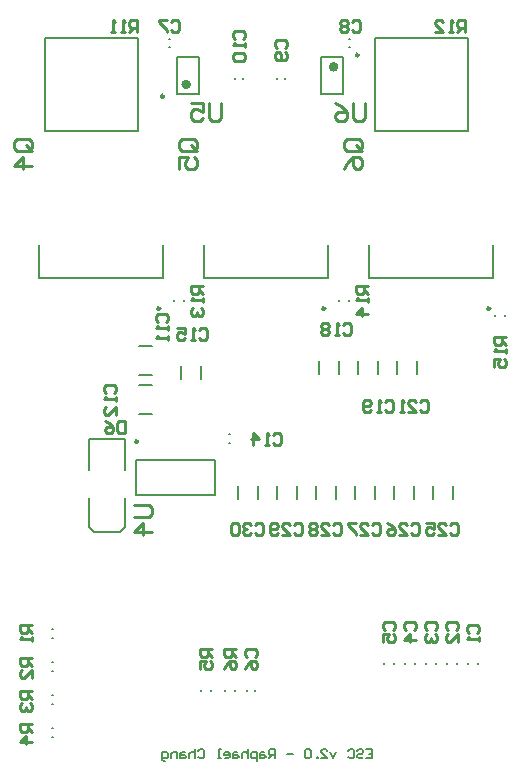
<source format=gbo>
G04 Layer_Color=32896*
%FSAX24Y24*%
%MOIN*%
G70*
G01*
G75*
%ADD26C,0.0100*%
%ADD45C,0.0098*%
%ADD47C,0.0080*%
%ADD48C,0.0079*%
%ADD80C,0.0157*%
D26*
X066967Y020233D02*
X066900Y020300D01*
Y020433D01*
X066967Y020500D01*
X067233D01*
X067300Y020433D01*
Y020300D01*
X067233Y020233D01*
X067300Y020100D02*
Y019967D01*
Y020033D01*
X066900D01*
X066967Y020100D01*
X066267Y020333D02*
X066200Y020400D01*
Y020533D01*
X066267Y020600D01*
X066533D01*
X066600Y020533D01*
Y020400D01*
X066533Y020333D01*
X066600Y019934D02*
Y020200D01*
X066333Y019934D01*
X066267D01*
X066200Y020000D01*
Y020133D01*
X066267Y020200D01*
X065567Y020333D02*
X065500Y020400D01*
Y020533D01*
X065567Y020600D01*
X065833D01*
X065900Y020533D01*
Y020400D01*
X065833Y020333D01*
X065567Y020200D02*
X065500Y020133D01*
Y020000D01*
X065567Y019934D01*
X065633D01*
X065700Y020000D01*
Y020067D01*
Y020000D01*
X065767Y019934D01*
X065833D01*
X065900Y020000D01*
Y020133D01*
X065833Y020200D01*
X064867Y020333D02*
X064800Y020400D01*
Y020533D01*
X064867Y020600D01*
X065133D01*
X065200Y020533D01*
Y020400D01*
X065133Y020333D01*
X065200Y020000D02*
X064800D01*
X065000Y020200D01*
Y019934D01*
X064167Y020333D02*
X064100Y020400D01*
Y020533D01*
X064167Y020600D01*
X064433D01*
X064500Y020533D01*
Y020400D01*
X064433Y020333D01*
X064100Y019934D02*
Y020200D01*
X064300D01*
X064233Y020067D01*
Y020000D01*
X064300Y019934D01*
X064433D01*
X064500Y020000D01*
Y020133D01*
X064433Y020200D01*
X059567Y019433D02*
X059500Y019500D01*
Y019633D01*
X059567Y019700D01*
X059833D01*
X059900Y019633D01*
Y019500D01*
X059833Y019433D01*
X059500Y019034D02*
X059567Y019167D01*
X059700Y019300D01*
X059833D01*
X059900Y019233D01*
Y019100D01*
X059833Y019034D01*
X059767D01*
X059700Y019100D01*
Y019300D01*
X057033Y040583D02*
X057100Y040650D01*
X057233D01*
X057300Y040583D01*
Y040317D01*
X057233Y040250D01*
X057100D01*
X057033Y040317D01*
X056900Y040650D02*
X056634D01*
Y040583D01*
X056900Y040317D01*
Y040250D01*
X063083Y040583D02*
X063150Y040650D01*
X063283D01*
X063350Y040583D01*
Y040317D01*
X063283Y040250D01*
X063150D01*
X063083Y040317D01*
X062950Y040583D02*
X062883Y040650D01*
X062750D01*
X062684Y040583D01*
Y040517D01*
X062750Y040450D01*
X062684Y040383D01*
Y040317D01*
X062750Y040250D01*
X062883D01*
X062950Y040317D01*
Y040383D01*
X062883Y040450D01*
X062950Y040517D01*
Y040583D01*
X062883Y040450D02*
X062750D01*
X060567Y039733D02*
X060500Y039800D01*
Y039933D01*
X060567Y040000D01*
X060833D01*
X060900Y039933D01*
Y039800D01*
X060833Y039733D01*
Y039600D02*
X060900Y039533D01*
Y039400D01*
X060833Y039334D01*
X060567D01*
X060500Y039400D01*
Y039533D01*
X060567Y039600D01*
X060633D01*
X060700Y039533D01*
Y039334D01*
X059167Y040033D02*
X059100Y040100D01*
Y040233D01*
X059167Y040300D01*
X059433D01*
X059500Y040233D01*
Y040100D01*
X059433Y040033D01*
X059500Y039900D02*
Y039767D01*
Y039833D01*
X059100D01*
X059167Y039900D01*
Y039567D02*
X059100Y039500D01*
Y039367D01*
X059167Y039300D01*
X059433D01*
X059500Y039367D01*
Y039500D01*
X059433Y039567D01*
X059167D01*
X056617Y030583D02*
X056550Y030650D01*
Y030783D01*
X056617Y030850D01*
X056883D01*
X056950Y030783D01*
Y030650D01*
X056883Y030583D01*
X056950Y030450D02*
Y030317D01*
Y030383D01*
X056550D01*
X056617Y030450D01*
X056950Y030117D02*
Y029984D01*
Y030050D01*
X056550D01*
X056617Y030117D01*
X054867Y028233D02*
X054800Y028300D01*
Y028433D01*
X054867Y028500D01*
X055133D01*
X055200Y028433D01*
Y028300D01*
X055133Y028233D01*
X055200Y028100D02*
Y027967D01*
Y028033D01*
X054800D01*
X054867Y028100D01*
X055200Y027500D02*
Y027767D01*
X054933Y027500D01*
X054867D01*
X054800Y027567D01*
Y027700D01*
X054867Y027767D01*
X060433Y026833D02*
X060500Y026900D01*
X060633D01*
X060700Y026833D01*
Y026567D01*
X060633Y026500D01*
X060500D01*
X060433Y026567D01*
X060300Y026500D02*
X060167D01*
X060233D01*
Y026900D01*
X060300Y026833D01*
X059767Y026500D02*
Y026900D01*
X059967Y026700D01*
X059700D01*
X057983Y030333D02*
X058050Y030400D01*
X058183D01*
X058250Y030333D01*
Y030067D01*
X058183Y030000D01*
X058050D01*
X057983Y030067D01*
X057850Y030000D02*
X057717D01*
X057783D01*
Y030400D01*
X057850Y030333D01*
X057250Y030400D02*
X057517D01*
Y030200D01*
X057384Y030267D01*
X057317D01*
X057250Y030200D01*
Y030067D01*
X057317Y030000D01*
X057450D01*
X057517Y030067D01*
X062783Y030483D02*
X062850Y030550D01*
X062983D01*
X063050Y030483D01*
Y030217D01*
X062983Y030150D01*
X062850D01*
X062783Y030217D01*
X062650Y030150D02*
X062517D01*
X062583D01*
Y030550D01*
X062650Y030483D01*
X062317D02*
X062250Y030550D01*
X062117D01*
X062050Y030483D01*
Y030417D01*
X062117Y030350D01*
X062050Y030283D01*
Y030217D01*
X062117Y030150D01*
X062250D01*
X062317Y030217D01*
Y030283D01*
X062250Y030350D01*
X062317Y030417D01*
Y030483D01*
X062250Y030350D02*
X062117D01*
X064183Y027933D02*
X064250Y028000D01*
X064383D01*
X064450Y027933D01*
Y027667D01*
X064383Y027600D01*
X064250D01*
X064183Y027667D01*
X064050Y027600D02*
X063917D01*
X063983D01*
Y028000D01*
X064050Y027933D01*
X063717Y027667D02*
X063650Y027600D01*
X063517D01*
X063450Y027667D01*
Y027933D01*
X063517Y028000D01*
X063650D01*
X063717Y027933D01*
Y027867D01*
X063650Y027800D01*
X063450D01*
X065333Y027933D02*
X065400Y028000D01*
X065533D01*
X065600Y027933D01*
Y027667D01*
X065533Y027600D01*
X065400D01*
X065333Y027667D01*
X064934Y027600D02*
X065200D01*
X064934Y027867D01*
Y027933D01*
X065000Y028000D01*
X065133D01*
X065200Y027933D01*
X064800Y027600D02*
X064667D01*
X064734D01*
Y028000D01*
X064800Y027933D01*
X066333Y023833D02*
X066400Y023900D01*
X066533D01*
X066600Y023833D01*
Y023567D01*
X066533Y023500D01*
X066400D01*
X066333Y023567D01*
X065934Y023500D02*
X066200D01*
X065934Y023767D01*
Y023833D01*
X066000Y023900D01*
X066133D01*
X066200Y023833D01*
X065534Y023900D02*
X065800D01*
Y023700D01*
X065667Y023767D01*
X065600D01*
X065534Y023700D01*
Y023567D01*
X065600Y023500D01*
X065734D01*
X065800Y023567D01*
X065033Y023833D02*
X065100Y023900D01*
X065233D01*
X065300Y023833D01*
Y023567D01*
X065233Y023500D01*
X065100D01*
X065033Y023567D01*
X064634Y023500D02*
X064900D01*
X064634Y023767D01*
Y023833D01*
X064700Y023900D01*
X064833D01*
X064900Y023833D01*
X064234Y023900D02*
X064367Y023833D01*
X064500Y023700D01*
Y023567D01*
X064434Y023500D01*
X064300D01*
X064234Y023567D01*
Y023633D01*
X064300Y023700D01*
X064500D01*
X063733Y023833D02*
X063800Y023900D01*
X063933D01*
X064000Y023833D01*
Y023567D01*
X063933Y023500D01*
X063800D01*
X063733Y023567D01*
X063334Y023500D02*
X063600D01*
X063334Y023767D01*
Y023833D01*
X063400Y023900D01*
X063533D01*
X063600Y023833D01*
X063200Y023900D02*
X062934D01*
Y023833D01*
X063200Y023567D01*
Y023500D01*
X062433Y023833D02*
X062500Y023900D01*
X062633D01*
X062700Y023833D01*
Y023567D01*
X062633Y023500D01*
X062500D01*
X062433Y023567D01*
X062034Y023500D02*
X062300D01*
X062034Y023767D01*
Y023833D01*
X062100Y023900D01*
X062233D01*
X062300Y023833D01*
X061900D02*
X061834Y023900D01*
X061700D01*
X061634Y023833D01*
Y023767D01*
X061700Y023700D01*
X061634Y023633D01*
Y023567D01*
X061700Y023500D01*
X061834D01*
X061900Y023567D01*
Y023633D01*
X061834Y023700D01*
X061900Y023767D01*
Y023833D01*
X061834Y023700D02*
X061700D01*
X061133Y023833D02*
X061200Y023900D01*
X061333D01*
X061400Y023833D01*
Y023567D01*
X061333Y023500D01*
X061200D01*
X061133Y023567D01*
X060734Y023500D02*
X061000D01*
X060734Y023767D01*
Y023833D01*
X060800Y023900D01*
X060933D01*
X061000Y023833D01*
X060600Y023567D02*
X060534Y023500D01*
X060400D01*
X060334Y023567D01*
Y023833D01*
X060400Y023900D01*
X060534D01*
X060600Y023833D01*
Y023767D01*
X060534Y023700D01*
X060334D01*
X059833Y023833D02*
X059900Y023900D01*
X060033D01*
X060100Y023833D01*
Y023567D01*
X060033Y023500D01*
X059900D01*
X059833Y023567D01*
X059700Y023833D02*
X059633Y023900D01*
X059500D01*
X059434Y023833D01*
Y023767D01*
X059500Y023700D01*
X059567D01*
X059500D01*
X059434Y023633D01*
Y023567D01*
X059500Y023500D01*
X059633D01*
X059700Y023567D01*
X059300Y023833D02*
X059234Y023900D01*
X059100D01*
X059034Y023833D01*
Y023567D01*
X059100Y023500D01*
X059234D01*
X059300Y023567D01*
Y023833D01*
X055500Y027300D02*
Y026900D01*
X055300D01*
X055233Y026967D01*
Y027233D01*
X055300Y027300D01*
X055500D01*
X054834D02*
X054967Y027233D01*
X055100Y027100D01*
Y026967D01*
X055033Y026900D01*
X054900D01*
X054834Y026967D01*
Y027033D01*
X054900Y027100D01*
X055100D01*
X052300Y036300D02*
X051900D01*
X051800Y036400D01*
Y036600D01*
X051900Y036700D01*
X052300D01*
X052400Y036600D01*
Y036400D01*
X052200Y036500D02*
X052400Y036300D01*
Y036400D02*
X052300Y036300D01*
X052400Y035800D02*
X051800D01*
X052100Y036100D01*
Y035700D01*
X057800Y036300D02*
X057400D01*
X057300Y036400D01*
Y036600D01*
X057400Y036700D01*
X057800D01*
X057900Y036600D01*
Y036400D01*
X057700Y036500D02*
X057900Y036300D01*
Y036400D02*
X057800Y036300D01*
X057300Y035700D02*
Y036100D01*
X057600D01*
X057500Y035900D01*
Y035800D01*
X057600Y035700D01*
X057800D01*
X057900Y035800D01*
Y036000D01*
X057800Y036100D01*
X063300Y036300D02*
X062900D01*
X062800Y036400D01*
Y036600D01*
X062900Y036700D01*
X063300D01*
X063400Y036600D01*
Y036400D01*
X063200Y036500D02*
X063400Y036300D01*
Y036400D02*
X063300Y036300D01*
X062800Y035700D02*
X062900Y035900D01*
X063100Y036100D01*
X063300D01*
X063400Y036000D01*
Y035800D01*
X063300Y035700D01*
X063200D01*
X063100Y035800D01*
Y036100D01*
X052400Y020500D02*
X052000D01*
Y020300D01*
X052067Y020233D01*
X052200D01*
X052267Y020300D01*
Y020500D01*
Y020367D02*
X052400Y020233D01*
Y020100D02*
Y019967D01*
Y020033D01*
X052000D01*
X052067Y020100D01*
X052400Y019400D02*
X052000D01*
Y019200D01*
X052067Y019133D01*
X052200D01*
X052267Y019200D01*
Y019400D01*
Y019267D02*
X052400Y019133D01*
Y018734D02*
Y019000D01*
X052133Y018734D01*
X052067D01*
X052000Y018800D01*
Y018933D01*
X052067Y019000D01*
X052400Y018300D02*
X052000D01*
Y018100D01*
X052067Y018033D01*
X052200D01*
X052267Y018100D01*
Y018300D01*
Y018167D02*
X052400Y018033D01*
X052067Y017900D02*
X052000Y017833D01*
Y017700D01*
X052067Y017634D01*
X052133D01*
X052200Y017700D01*
Y017767D01*
Y017700D01*
X052267Y017634D01*
X052333D01*
X052400Y017700D01*
Y017833D01*
X052333Y017900D01*
X052400Y017200D02*
X052000D01*
Y017000D01*
X052067Y016933D01*
X052200D01*
X052267Y017000D01*
Y017200D01*
Y017067D02*
X052400Y016933D01*
Y016600D02*
X052000D01*
X052200Y016800D01*
Y016534D01*
X058400Y019700D02*
X058000D01*
Y019500D01*
X058067Y019433D01*
X058200D01*
X058267Y019500D01*
Y019700D01*
Y019567D02*
X058400Y019433D01*
X058000Y019034D02*
Y019300D01*
X058200D01*
X058133Y019167D01*
Y019100D01*
X058200Y019034D01*
X058333D01*
X058400Y019100D01*
Y019233D01*
X058333Y019300D01*
X059200Y019700D02*
X058800D01*
Y019500D01*
X058867Y019433D01*
X059000D01*
X059067Y019500D01*
Y019700D01*
Y019567D02*
X059200Y019433D01*
X058800Y019034D02*
X058867Y019167D01*
X059000Y019300D01*
X059133D01*
X059200Y019233D01*
Y019100D01*
X059133Y019034D01*
X059067D01*
X059000Y019100D01*
Y019300D01*
X055900Y040250D02*
Y040650D01*
X055700D01*
X055633Y040583D01*
Y040450D01*
X055700Y040383D01*
X055900D01*
X055767D02*
X055633Y040250D01*
X055500D02*
X055367D01*
X055433D01*
Y040650D01*
X055500Y040583D01*
X055167Y040250D02*
X055034D01*
X055100D01*
Y040650D01*
X055167Y040583D01*
X066850Y040250D02*
Y040650D01*
X066650D01*
X066583Y040583D01*
Y040450D01*
X066650Y040383D01*
X066850D01*
X066717D02*
X066583Y040250D01*
X066450D02*
X066317D01*
X066383D01*
Y040650D01*
X066450Y040583D01*
X065850Y040250D02*
X066117D01*
X065850Y040517D01*
Y040583D01*
X065917Y040650D01*
X066050D01*
X066117Y040583D01*
X058100Y031800D02*
X057700D01*
Y031600D01*
X057767Y031533D01*
X057900D01*
X057967Y031600D01*
Y031800D01*
Y031667D02*
X058100Y031533D01*
Y031400D02*
Y031267D01*
Y031333D01*
X057700D01*
X057767Y031400D01*
Y031067D02*
X057700Y031000D01*
Y030867D01*
X057767Y030800D01*
X057833D01*
X057900Y030867D01*
Y030934D01*
Y030867D01*
X057967Y030800D01*
X058033D01*
X058100Y030867D01*
Y031000D01*
X058033Y031067D01*
X063600Y031800D02*
X063200D01*
Y031600D01*
X063267Y031533D01*
X063400D01*
X063467Y031600D01*
Y031800D01*
Y031667D02*
X063600Y031533D01*
Y031400D02*
Y031267D01*
Y031333D01*
X063200D01*
X063267Y031400D01*
X063600Y030867D02*
X063200D01*
X063400Y031067D01*
Y030800D01*
X068200Y030100D02*
X067800D01*
Y029900D01*
X067867Y029833D01*
X068000D01*
X068067Y029900D01*
Y030100D01*
Y029967D02*
X068200Y029833D01*
Y029700D02*
Y029567D01*
Y029633D01*
X067800D01*
X067867Y029700D01*
X067800Y029100D02*
Y029367D01*
X068000D01*
X067933Y029234D01*
Y029167D01*
X068000Y029100D01*
X068133D01*
X068200Y029167D01*
Y029300D01*
X068133Y029367D01*
X055800Y024500D02*
X056300D01*
X056400Y024400D01*
Y024200D01*
X056300Y024100D01*
X055800D01*
X056400Y023600D02*
X055800D01*
X056100Y023900D01*
Y023500D01*
X058700Y037900D02*
Y037400D01*
X058600Y037300D01*
X058400D01*
X058300Y037400D01*
Y037900D01*
X057700D02*
X058100D01*
Y037600D01*
X057900Y037700D01*
X057800D01*
X057700Y037600D01*
Y037400D01*
X057800Y037300D01*
X058000D01*
X058100Y037400D01*
X063500Y037900D02*
Y037400D01*
X063400Y037300D01*
X063200D01*
X063100Y037400D01*
Y037900D01*
X062500D02*
X062700Y037800D01*
X062900Y037600D01*
Y037400D01*
X062800Y037300D01*
X062600D01*
X062500Y037400D01*
Y037500D01*
X062600Y037600D01*
X062900D01*
D45*
X056672Y031039D02*
G03*
X056672Y031039I-000049J000000D01*
G01*
X055930Y026601D02*
G03*
X055930Y026601I-000049J000000D01*
G01*
X063296Y039489D02*
G03*
X063296Y039489I-000049J000000D01*
G01*
X056803Y038111D02*
G03*
X056803Y038111I-000049J000000D01*
G01*
X067672Y031039D02*
G03*
X067672Y031039I-000049J000000D01*
G01*
X062172D02*
G03*
X062172Y031039I-000049J000000D01*
G01*
D47*
X063550Y016350D02*
X063750D01*
Y016050D01*
X063550D01*
X063750Y016200D02*
X063650D01*
X063250Y016300D02*
X063300Y016350D01*
X063400D01*
X063450Y016300D01*
Y016250D01*
X063400Y016200D01*
X063300D01*
X063250Y016150D01*
Y016100D01*
X063300Y016050D01*
X063400D01*
X063450Y016100D01*
X062950Y016300D02*
X063000Y016350D01*
X063100D01*
X063150Y016300D01*
Y016100D01*
X063100Y016050D01*
X063000D01*
X062950Y016100D01*
X062550Y016250D02*
X062450Y016050D01*
X062350Y016250D01*
X062051Y016050D02*
X062250D01*
X062051Y016250D01*
Y016300D01*
X062101Y016350D01*
X062200D01*
X062250Y016300D01*
X061951Y016050D02*
Y016100D01*
X061901D01*
Y016050D01*
X061951D01*
X061701Y016300D02*
X061651Y016350D01*
X061551D01*
X061501Y016300D01*
Y016100D01*
X061551Y016050D01*
X061651D01*
X061701Y016100D01*
Y016300D01*
X061101Y016200D02*
X060901D01*
X060501Y016050D02*
Y016350D01*
X060351D01*
X060301Y016300D01*
Y016200D01*
X060351Y016150D01*
X060501D01*
X060401D02*
X060301Y016050D01*
X060151Y016250D02*
X060051D01*
X060001Y016200D01*
Y016050D01*
X060151D01*
X060201Y016100D01*
X060151Y016150D01*
X060001D01*
X059901Y015950D02*
Y016250D01*
X059751D01*
X059701Y016200D01*
Y016100D01*
X059751Y016050D01*
X059901D01*
X059601Y016350D02*
Y016050D01*
Y016200D01*
X059551Y016250D01*
X059451D01*
X059401Y016200D01*
Y016050D01*
X059251Y016250D02*
X059151D01*
X059102Y016200D01*
Y016050D01*
X059251D01*
X059301Y016100D01*
X059251Y016150D01*
X059102D01*
X058852Y016050D02*
X058952D01*
X059002Y016100D01*
Y016200D01*
X058952Y016250D01*
X058852D01*
X058802Y016200D01*
Y016150D01*
X059002D01*
X058702Y016050D02*
X058602D01*
X058652D01*
Y016350D01*
X058702D01*
X057952Y016300D02*
X058002Y016350D01*
X058102D01*
X058152Y016300D01*
Y016100D01*
X058102Y016050D01*
X058002D01*
X057952Y016100D01*
X057852Y016350D02*
Y016050D01*
Y016200D01*
X057802Y016250D01*
X057702D01*
X057652Y016200D01*
Y016050D01*
X057502Y016250D02*
X057402D01*
X057352Y016200D01*
Y016050D01*
X057502D01*
X057552Y016100D01*
X057502Y016150D01*
X057352D01*
X057252Y016050D02*
Y016250D01*
X057102D01*
X057052Y016200D01*
Y016050D01*
X056852Y015950D02*
X056802D01*
X056752Y016000D01*
Y016250D01*
X056902D01*
X056952Y016200D01*
Y016100D01*
X056902Y016050D01*
X056752D01*
D48*
X052633Y032063D02*
Y033165D01*
Y032063D02*
X056767D01*
Y033165D01*
X052850Y040048D02*
X054400D01*
X052850Y036950D02*
Y040050D01*
Y036950D02*
X055950D01*
Y040050D01*
X054400Y040048D02*
X055950D01*
X063850D02*
X065400D01*
X063850Y036950D02*
Y040050D01*
Y036950D02*
X066950D01*
Y040050D01*
X065400Y040048D02*
X066950D01*
X058980Y026857D02*
X059020D01*
X058980Y026543D02*
X059020D01*
X065765Y024683D02*
Y025117D01*
X066435Y024683D02*
Y025117D01*
X064465Y024683D02*
Y025117D01*
X065135Y024683D02*
Y025117D01*
X063165Y024683D02*
Y025117D01*
X063835Y024683D02*
Y025117D01*
X061865Y024683D02*
Y025117D01*
X062535Y024683D02*
Y025117D01*
X060565Y024683D02*
Y025117D01*
X061235Y024683D02*
Y025117D01*
X059265Y024683D02*
Y025117D01*
X059935Y024683D02*
Y025117D01*
X054290Y026696D02*
X055510D01*
X055333Y023586D02*
X055510Y023763D01*
X054290D02*
X054467Y023586D01*
X055333D01*
X055510Y025672D02*
Y026696D01*
X054290Y025672D02*
Y026696D01*
Y023763D02*
Y024728D01*
X055510Y023763D02*
Y024728D01*
X065235Y028854D02*
Y029287D01*
X064565Y028854D02*
Y029287D01*
X063935Y028854D02*
Y029287D01*
X063265Y028854D02*
Y029287D01*
X062635Y028854D02*
Y029287D01*
X061965Y028854D02*
Y029287D01*
X055881Y025991D02*
X058519D01*
X055881Y024809D02*
X058519D01*
X055881D02*
Y025991D01*
X058519Y024809D02*
Y025991D01*
X057365Y028683D02*
Y029117D01*
X058035Y028683D02*
Y029117D01*
X055983Y028492D02*
X056417D01*
X055983Y027508D02*
X056417D01*
X055983Y029792D02*
X056417D01*
X055983Y028808D02*
X056417D01*
X067257Y019180D02*
Y019220D01*
X066943Y019180D02*
Y019220D01*
X066557Y019180D02*
Y019220D01*
X066243Y019180D02*
Y019220D01*
X065857Y019180D02*
Y019220D01*
X065543Y019180D02*
Y019220D01*
X065157Y019180D02*
Y019220D01*
X064843Y019180D02*
Y019220D01*
X064457Y019180D02*
Y019220D01*
X064143Y019180D02*
Y019220D01*
X059562Y018280D02*
Y018320D01*
X059838Y018280D02*
Y018320D01*
X058843Y018280D02*
Y018320D01*
X059157Y018280D02*
Y018320D01*
X058043Y018280D02*
Y018320D01*
X058357Y018280D02*
Y018320D01*
X053080Y016743D02*
X053120D01*
X053080Y017057D02*
X053120D01*
X053080Y017843D02*
X053120D01*
X053080Y018157D02*
X053120D01*
X053080Y018943D02*
X053120D01*
X053080Y019257D02*
X053120D01*
X053080Y020043D02*
X053120D01*
X053080Y020357D02*
X053120D01*
X062957Y031280D02*
Y031320D01*
X062643Y031280D02*
Y031320D01*
X057457Y031280D02*
Y031320D01*
X057143Y031280D02*
Y031320D01*
X068157Y030780D02*
Y030820D01*
X067843Y030780D02*
Y030820D01*
X062980Y039762D02*
X063020D01*
X062980Y040038D02*
X063020D01*
X060838Y038680D02*
Y038720D01*
X060562Y038680D02*
Y038720D01*
X059438Y038680D02*
Y038720D01*
X059162Y038680D02*
Y038720D01*
X056980Y040038D02*
X057020D01*
X056980Y039762D02*
X057020D01*
X062026Y038190D02*
X062774D01*
X062026Y039410D02*
X062774D01*
X062026Y038190D02*
Y039410D01*
X062774Y038190D02*
Y039410D01*
X057226D02*
X057974D01*
X057226Y038190D02*
X057974D01*
Y039410D01*
X057226Y038190D02*
Y039410D01*
X063633Y032063D02*
Y033165D01*
Y032063D02*
X067767D01*
Y033165D01*
X058133Y032063D02*
Y033165D01*
Y032063D02*
X062267D01*
Y033165D01*
D80*
X062538Y039095D02*
G03*
X062538Y039095I-000079J000000D01*
G01*
X057620Y038505D02*
G03*
X057620Y038505I-000079J000000D01*
G01*
M02*

</source>
